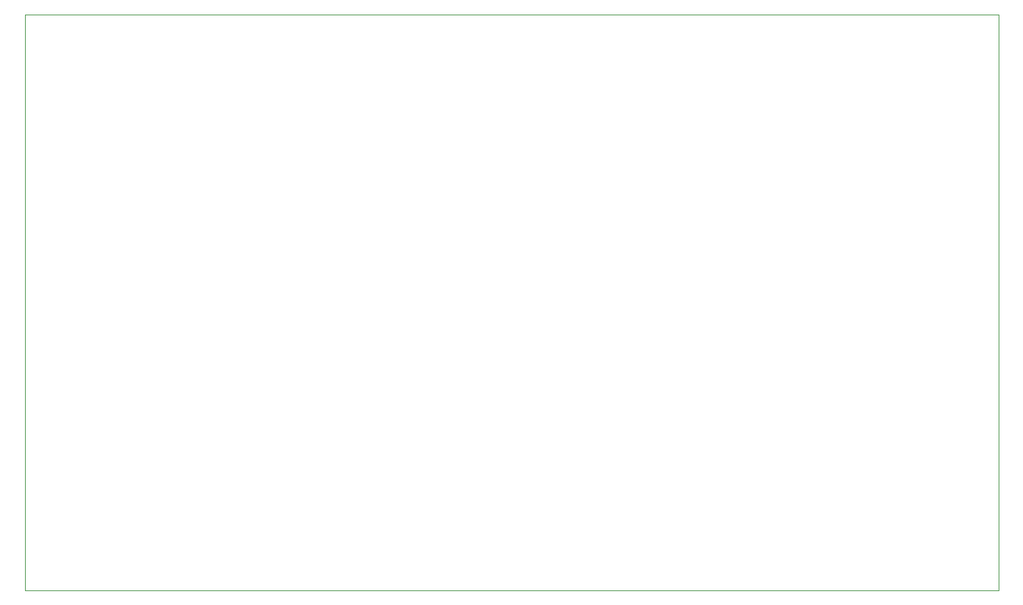
<source format=gm1>
%TF.GenerationSoftware,KiCad,Pcbnew,(6.0.7)*%
%TF.CreationDate,2023-02-14T14:51:17+01:00*%
%TF.ProjectId,pulseGenerator,70756c73-6547-4656-9e65-7261746f722e,rev?*%
%TF.SameCoordinates,Original*%
%TF.FileFunction,Profile,NP*%
%FSLAX46Y46*%
G04 Gerber Fmt 4.6, Leading zero omitted, Abs format (unit mm)*
G04 Created by KiCad (PCBNEW (6.0.7)) date 2023-02-14 14:51:17*
%MOMM*%
%LPD*%
G01*
G04 APERTURE LIST*
%TA.AperFunction,Profile*%
%ADD10C,0.100000*%
%TD*%
G04 APERTURE END LIST*
D10*
X-591312000Y-45398500D02*
X-472762000Y-45398500D01*
X-472762000Y-45398500D02*
X-472762000Y-115454500D01*
X-472762000Y-115454500D02*
X-591312000Y-115454500D01*
X-591312000Y-115454500D02*
X-591312000Y-45398500D01*
M02*

</source>
